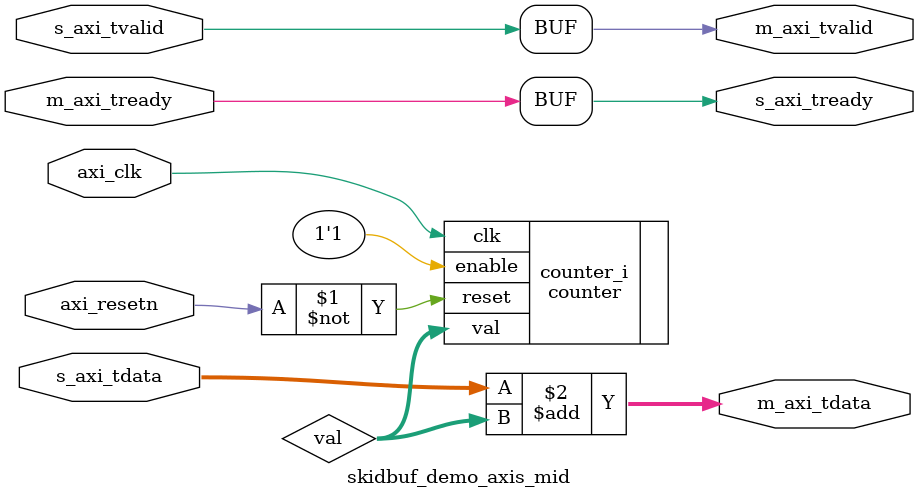
<source format=sv>
`ifndef SKIDBUF_DEMO_AXIS_MID_V
`define SKIDBUF_DEMO_AXIS_MID_V

`include "directives.sv"

`include "counter.sv"

module skidbuf_demo_axis_mid #(
    parameter DATA_BITS = 8
) (
    // verilator lint_off UNUSEDSIGNAL
    input logic axi_clk,
    input logic axi_resetn,
    // verilator lint_on UNUSEDSIGNAL

    output logic                 m_axi_tvalid,
    input  logic                 m_axi_tready,
    output logic [DATA_BITS-1:0] m_axi_tdata,

    input  logic                 s_axi_tvalid,
    output logic                 s_axi_tready,
    input  logic [DATA_BITS-1:0] s_axi_tdata
);

  logic [DATA_BITS-1:0] val;

  // This was the easiest way to ensure some other combinatorial logic was
  // happening at each stage.
  counter #(
      .WIDTH(DATA_BITS)
  ) counter_i (
      .clk   (axi_clk),
      .reset (~axi_resetn),
      .enable(1'b1),
      .val   (val)
  );

  assign m_axi_tvalid = s_axi_tvalid;
  assign m_axi_tdata  = s_axi_tdata + val;
  assign s_axi_tready = m_axi_tready;

endmodule
`endif

</source>
